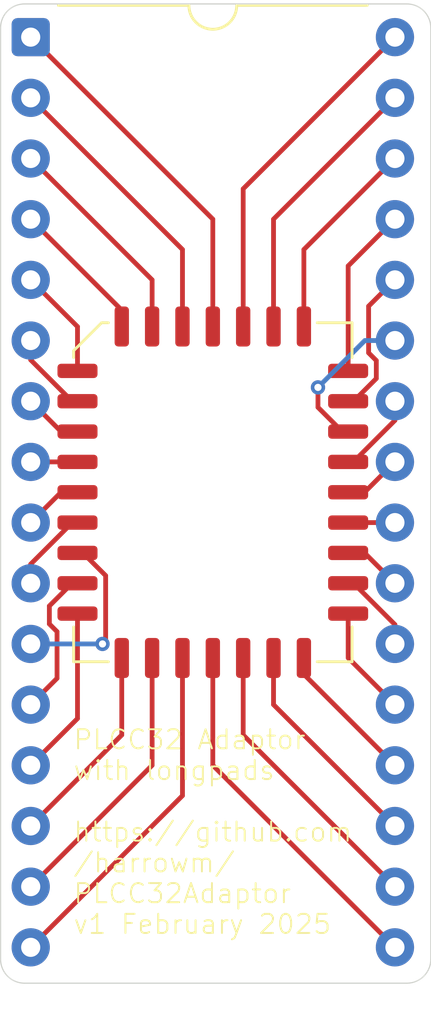
<source format=kicad_pcb>
(kicad_pcb (version 20241229) (generator "pcbnew") (generator_version "9.0")
  (layers (0 "F.Cu" signal) (2 "B.Cu" signal) (13 "F.Paste" user) (15 "B.Paste" user) (5 "F.SilkS" user "F.Silkscreen") (7 "B.SilkS" user "B.Silkscreen") (1 "F.Mask" user) (3 "B.Mask" user) (25 "Edge.Cuts" user))
  (net 0 "")
  (net 1 "A3")
  (net 2 "A13")
  (net 3 "A0")
  (net 4 "CE")
  (net 5 "D1")
  (net 6 "A9")
  (net 7 "A15")
  (net 8 "A16")
  (net 9 "D0")
  (net 10 "A12")
  (net 11 "A4")
  (net 12 "D6")
  (net 13 "A18")
  (net 14 "D2")
  (net 15 "D5")
  (net 16 "A14")
  (net 17 "D3")
  (net 18 "A6")
  (net 19 "A11")
  (net 20 "PGM")
  (net 21 "A2")
  (net 22 "A10")
  (net 23 "D4")
  (net 24 "A5")
  (net 25 "OE")
  (net 26 "A7")
  (net 27 "GND")
  (net 28 "VCC")
  (net 29 "D7")
  (net 30 "A17")
  (net 31 "A1")
  (net 32 "A8")
  (footprint "PLCC32_longpads:PLCC-32_11.4x14.0mm_P1.27mm" (layer "F.Cu") (at 54.38 77.45)
    (property "Reference" "U2" (hide yes))
    (property "Value" "SST39SF040")
    (fp_line (start -5.825 -5.922782) (end -5.825 -5.64) (stroke (width 0.12)) (layer "F.SilkS"))
    (fp_line (start -5.825 7.095) (end -5.825 5.64) (stroke (width 0.12)) (layer "F.SilkS"))
    (fp_line (start -4.652782 -7.095) (end -5.825 -5.922782) (stroke (width 0.12)) (layer "F.SilkS"))
    (fp_line (start -4.37 -7.095) (end -4.652782 -7.095) (stroke (width 0.12)) (layer "F.SilkS"))
    (fp_line (start -4.37 7.095) (end -5.825 7.095) (stroke (width 0.12)) (layer "F.SilkS"))
    (fp_line (start 4.37 -7.095) (end 5.825 -7.095) (stroke (width 0.12)) (layer "F.SilkS"))
    (fp_line (start 4.37 7.095) (end 5.825 7.095) (stroke (width 0.12)) (layer "F.SilkS"))
    (fp_line (start 5.825 -7.095) (end 5.825 -5.64) (stroke (width 0.12)) (layer "F.SilkS"))
    (fp_line (start 5.825 7.095) (end 5.825 5.64) (stroke (width 0.12)) (layer "F.SilkS"))
    (pad "1" smd roundrect (at 0 -6.9375) (size 0.6 1.675) (layers "F.Cu" "F.Mask" "F.Paste") (net 13 "A18"))
    (pad "2" smd roundrect (at -1.27 -6.9375) (size 0.6 1.675) (layers "F.Cu" "F.Mask" "F.Paste") (net 8 "A16"))
    (pad "3" smd roundrect (at -2.54 -6.9375) (size 0.6 1.675) (layers "F.Cu" "F.Mask" "F.Paste") (net 7 "A15"))
    (pad "4" smd roundrect (at -3.81 -6.9375) (size 0.6 1.675) (layers "F.Cu" "F.Mask" "F.Paste") (net 10 "A12"))
    (pad "5" smd roundrect (at -5.6625 -5.08) (size 1.675 0.6) (layers "F.Cu" "F.Mask" "F.Paste") (net 26 "A7"))
    (pad "6" smd roundrect (at -5.6625 -3.81) (size 1.675 0.6) (layers "F.Cu" "F.Mask" "F.Paste") (net 18 "A6"))
    (pad "7" smd roundrect (at -5.6625 -2.54) (size 1.675 0.6) (layers "F.Cu" "F.Mask" "F.Paste") (net 24 "A5"))
    (pad "8" smd roundrect (at -5.6625 -1.27) (size 1.675 0.6) (layers "F.Cu" "F.Mask" "F.Paste") (net 11 "A4"))
    (pad "9" smd roundrect (at -5.6625 0) (size 1.675 0.6) (layers "F.Cu" "F.Mask" "F.Paste") (net 1 "A3"))
    (pad "10" smd roundrect (at -5.6625 1.27) (size 1.675 0.6) (layers "F.Cu" "F.Mask" "F.Paste") (net 21 "A2"))
    (pad "11" smd roundrect (at -5.6625 2.54) (size 1.675 0.6) (layers "F.Cu" "F.Mask" "F.Paste") (net 31 "A1"))
    (pad "12" smd roundrect (at -5.6625 3.81) (size 1.675 0.6) (layers "F.Cu" "F.Mask" "F.Paste") (net 3 "A0"))
    (pad "13" smd roundrect (at -5.6625 5.08) (size 1.675 0.6) (layers "F.Cu" "F.Mask" "F.Paste") (net 9 "D0"))
    (pad "14" smd roundrect (at -3.81 6.9375) (size 0.6 1.675) (layers "F.Cu" "F.Mask" "F.Paste") (net 5 "D1"))
    (pad "15" smd roundrect (at -2.54 6.9375) (size 0.6 1.675) (layers "F.Cu" "F.Mask" "F.Paste") (net 14 "D2"))
    (pad "16" smd roundrect (at -1.27 6.9375) (size 0.6 1.675) (layers "F.Cu" "F.Mask" "F.Paste") (net 27 "GND"))
    (pad "17" smd roundrect (at 0 6.9375) (size 0.6 1.675) (layers "F.Cu" "F.Mask" "F.Paste") (net 17 "D3"))
    (pad "18" smd roundrect (at 1.27 6.9375) (size 0.6 1.675) (layers "F.Cu" "F.Mask" "F.Paste") (net 23 "D4"))
    (pad "19" smd roundrect (at 2.54 6.9375) (size 0.6 1.675) (layers "F.Cu" "F.Mask" "F.Paste") (net 15 "D5"))
    (pad "20" smd roundrect (at 3.81 6.9375) (size 0.6 1.675) (layers "F.Cu" "F.Mask" "F.Paste") (net 12 "D6"))
    (pad "21" smd roundrect (at 5.6625 5.08) (size 1.675 0.6) (layers "F.Cu" "F.Mask" "F.Paste") (net 29 "D7"))
    (pad "22" smd roundrect (at 5.6625 3.81) (size 1.675 0.6) (layers "F.Cu" "F.Mask" "F.Paste") (net 4 "CE"))
    (pad "23" smd roundrect (at 5.6625 2.54) (size 1.675 0.6) (layers "F.Cu" "F.Mask" "F.Paste") (net 22 "A10"))
    (pad "24" smd roundrect (at 5.6625 1.27) (size 1.675 0.6) (layers "F.Cu" "F.Mask" "F.Paste") (net 25 "OE"))
    (pad "25" smd roundrect (at 5.6625 0) (size 1.675 0.6) (layers "F.Cu" "F.Mask" "F.Paste") (net 19 "A11"))
    (pad "26" smd roundrect (at 5.6625 -1.27) (size 1.675 0.6) (layers "F.Cu" "F.Mask" "F.Paste") (net 6 "A9"))
    (pad "27" smd roundrect (at 5.6625 -2.54) (size 1.675 0.6) (layers "F.Cu" "F.Mask" "F.Paste") (net 32 "A8"))
    (pad "28" smd roundrect (at 5.6625 -3.81) (size 1.675 0.6) (layers "F.Cu" "F.Mask" "F.Paste") (net 2 "A13"))
    (pad "29" smd roundrect (at 5.6625 -5.08) (size 1.675 0.6) (layers "F.Cu" "F.Mask" "F.Paste") (net 16 "A14"))
    (pad "30" smd roundrect (at 3.81 -6.9375) (size 0.6 1.675) (layers "F.Cu" "F.Mask" "F.Paste") (net 30 "A17"))
    (pad "31" smd roundrect (at 2.54 -6.9375) (size 0.6 1.675) (layers "F.Cu" "F.Mask" "F.Paste") (net 20 "PGM"))
    (pad "32" smd roundrect (at 1.27 -6.9375) (size 0.6 1.675) (layers "F.Cu" "F.Mask" "F.Paste") (net 28 "VCC"))
  )
  (footprint "PLCC32_longpads:DIP-32_W15.24mm_no_Silkscreen" (layer "F.Cu") (at 46.76 58.4)
    (property "Reference" "U1" (hide yes))
    (property "Value" "SST39SF040")
    (fp_line (start 6.62 -1.33) (end 1.16 -1.33) (stroke (width 0.12)) (layer "F.SilkS"))
    (fp_line (start 14.08 -1.33) (end 8.62 -1.33) (stroke (width 0.12)) (layer "F.SilkS"))
    (fp_arc (start 8.62 -1.33) (mid 7.62 -0.33) (end 6.62 -1.33) (stroke (width 0.12)) (layer "F.SilkS"))
    (pad "1" thru_hole roundrect (at 0 0) (size 1.6 1.6) (drill 0.8) (layers "*.Cu" "*.Mask") (roundrect_rratio 0.15625) (net 13 "A18"))
    (pad "2" thru_hole circle (at 0 2.54) (size 1.6 1.6) (drill 0.8) (layers "*.Cu" "*.Mask") (net 8 "A16"))
    (pad "3" thru_hole circle (at 0 5.08) (size 1.6 1.6) (drill 0.8) (layers "*.Cu" "*.Mask") (net 7 "A15"))
    (pad "4" thru_hole circle (at 0 7.62) (size 1.6 1.6) (drill 0.8) (layers "*.Cu" "*.Mask") (net 10 "A12"))
    (pad "5" thru_hole circle (at 0 10.16) (size 1.6 1.6) (drill 0.8) (layers "*.Cu" "*.Mask") (net 26 "A7"))
    (pad "6" thru_hole circle (at 0 12.7) (size 1.6 1.6) (drill 0.8) (layers "*.Cu" "*.Mask") (net 18 "A6"))
    (pad "7" thru_hole circle (at 0 15.24) (size 1.6 1.6) (drill 0.8) (layers "*.Cu" "*.Mask") (net 24 "A5"))
    (pad "8" thru_hole circle (at 0 17.78) (size 1.6 1.6) (drill 0.8) (layers "*.Cu" "*.Mask") (net 11 "A4"))
    (pad "9" thru_hole circle (at 0 20.32) (size 1.6 1.6) (drill 0.8) (layers "*.Cu" "*.Mask") (net 1 "A3"))
    (pad "10" thru_hole circle (at 0 22.86) (size 1.6 1.6) (drill 0.8) (layers "*.Cu" "*.Mask") (net 21 "A2"))
    (pad "11" thru_hole circle (at 0 25.4) (size 1.6 1.6) (drill 0.8) (layers "*.Cu" "*.Mask") (net 31 "A1"))
    (pad "12" thru_hole circle (at 0 27.94) (size 1.6 1.6) (drill 0.8) (layers "*.Cu" "*.Mask") (net 3 "A0"))
    (pad "13" thru_hole circle (at 0 30.48) (size 1.6 1.6) (drill 0.8) (layers "*.Cu" "*.Mask") (net 9 "D0"))
    (pad "14" thru_hole circle (at 0 33.02) (size 1.6 1.6) (drill 0.8) (layers "*.Cu" "*.Mask") (net 5 "D1"))
    (pad "15" thru_hole circle (at 0 35.56) (size 1.6 1.6) (drill 0.8) (layers "*.Cu" "*.Mask") (net 14 "D2"))
    (pad "16" thru_hole circle (at 0 38.1) (size 1.6 1.6) (drill 0.8) (layers "*.Cu" "*.Mask") (net 27 "GND"))
    (pad "17" thru_hole circle (at 15.24 38.1) (size 1.6 1.6) (drill 0.8) (layers "*.Cu" "*.Mask") (net 17 "D3"))
    (pad "18" thru_hole circle (at 15.24 35.56) (size 1.6 1.6) (drill 0.8) (layers "*.Cu" "*.Mask") (net 23 "D4"))
    (pad "19" thru_hole circle (at 15.24 33.02) (size 1.6 1.6) (drill 0.8) (layers "*.Cu" "*.Mask") (net 15 "D5"))
    (pad "20" thru_hole circle (at 15.24 30.48) (size 1.6 1.6) (drill 0.8) (layers "*.Cu" "*.Mask") (net 12 "D6"))
    (pad "21" thru_hole circle (at 15.24 27.94) (size 1.6 1.6) (drill 0.8) (layers "*.Cu" "*.Mask") (net 29 "D7"))
    (pad "22" thru_hole circle (at 15.24 25.4) (size 1.6 1.6) (drill 0.8) (layers "*.Cu" "*.Mask") (net 4 "CE"))
    (pad "23" thru_hole circle (at 15.24 22.86) (size 1.6 1.6) (drill 0.8) (layers "*.Cu" "*.Mask") (net 22 "A10"))
    (pad "24" thru_hole circle (at 15.24 20.32) (size 1.6 1.6) (drill 0.8) (layers "*.Cu" "*.Mask") (net 25 "OE"))
    (pad "25" thru_hole circle (at 15.24 17.78) (size 1.6 1.6) (drill 0.8) (layers "*.Cu" "*.Mask") (net 19 "A11"))
    (pad "26" thru_hole circle (at 15.24 15.24) (size 1.6 1.6) (drill 0.8) (layers "*.Cu" "*.Mask") (net 6 "A9"))
    (pad "27" thru_hole circle (at 15.24 12.7) (size 1.6 1.6) (drill 0.8) (layers "*.Cu" "*.Mask") (net 32 "A8"))
    (pad "28" thru_hole circle (at 15.24 10.16) (size 1.6 1.6) (drill 0.8) (layers "*.Cu" "*.Mask") (net 2 "A13"))
    (pad "29" thru_hole circle (at 15.24 7.62) (size 1.6 1.6) (drill 0.8) (layers "*.Cu" "*.Mask") (net 16 "A14"))
    (pad "30" thru_hole circle (at 15.24 5.08) (size 1.6 1.6) (drill 0.8) (layers "*.Cu" "*.Mask") (net 30 "A17"))
    (pad "31" thru_hole circle (at 15.24 2.54) (size 1.6 1.6) (drill 0.8) (layers "*.Cu" "*.Mask") (net 20 "PGM"))
    (pad "32" thru_hole circle (at 15.24 0) (size 1.6 1.6) (drill 0.8) (layers "*.Cu" "*.Mask") (net 28 "VCC"))
  )
  (gr_arc (start 46.5 98) (mid 45.792893 97.707107) (end 45.5 97) (stroke (width 0.05)) (layer "Edge.Cuts"))
  (gr_arc (start 62.5 57.01) (mid 63.207107 57.302893) (end 63.5 58.01) (stroke (width 0.05)) (layer "Edge.Cuts"))
  (gr_line (start 45.5 97) (end 45.5 58.01) (stroke (width 0.05)) (layer "Edge.Cuts"))
  (gr_line (start 46.5 57.01) (end 62.5 57.01) (stroke (width 0.05)) (layer "Edge.Cuts"))
  (gr_arc (start 45.5 58.01) (mid 45.792893 57.302893) (end 46.5 57.01) (stroke (width 0.05)) (layer "Edge.Cuts"))
  (gr_arc (start 63.5 97) (mid 63.207107 97.707107) (end 62.5 98) (stroke (width 0.05)) (layer "Edge.Cuts"))
  (gr_line (start 62.5 98) (end 46.5 98) (stroke (width 0.05)) (layer "Edge.Cuts"))
  (gr_line (start 63.5 58.01) (end 63.5 97) (stroke (width 0.05)) (layer "Edge.Cuts"))
  (gr_text "PLCC32 Adaptor\nwith longpads\n\nhttps://github.com\n/harrowm/\nPLCC32Adaptor\nv1 February 2025\n" (at 48.5 96 0) (layer "F.SilkS") (effects (font (size 0.8 0.8) (thickness 0.08)) (justify left bottom)))
  (segment (start 48.03 77.45) (end 48.7175 77.45) (width 0.2) (layer "F.Cu") (net 1))
  (segment (start 46.76 78.72) (end 48.03 77.45) (width 0.2) (layer "F.Cu") (net 1))
  (segment (start 60.27 73.64) (end 60.0425 73.64) (width 0.2) (layer "F.Cu") (net 2))
  (segment (start 60.8983 71.6147) (end 61.2199 71.9363) (width 0.2) (layer "F.Cu") (net 2))
  (segment (start 61.2199 72.6901) (end 60.27 73.64) (width 0.2) (layer "F.Cu") (net 2))
  (segment (start 60.8983 69.6617) (end 60.8983 71.6147) (width 0.2) (layer "F.Cu") (net 2))
  (segment (start 62 68.56) (end 60.8983 69.6617) (width 0.2) (layer "F.Cu") (net 2))
  (segment (start 61.2199 71.9363) (end 61.2199 72.6901) (width 0.2) (layer "F.Cu") (net 2))
  (segment (start 47.8617 83.2852) (end 47.54 82.9635) (width 0.2) (layer "F.Cu") (net 3))
  (segment (start 46.76 86.34) (end 47.8617 85.2383) (width 0.2) (layer "F.Cu") (net 3))
  (segment (start 47.54 82.21) (end 48.49 81.26) (width 0.2) (layer "F.Cu") (net 3))
  (segment (start 47.8617 85.2383) (end 47.8617 83.2852) (width 0.2) (layer "F.Cu") (net 3))
  (segment (start 48.49 81.26) (end 48.7175 81.26) (width 0.2) (layer "F.Cu") (net 3))
  (segment (start 47.54 82.9635) (end 47.54 82.21) (width 0.2) (layer "F.Cu") (net 3))
  (segment (start 62 82.99) (end 60.27 81.26) (width 0.2) (layer "F.Cu") (net 4))
  (segment (start 62 83.8) (end 62 82.99) (width 0.2) (layer "F.Cu") (net 4))
  (segment (start 60.27 81.26) (end 60.0425 81.26) (width 0.2) (layer "F.Cu") (net 4))
  (segment (start 46.76 91.42) (end 50.57 87.61) (width 0.2) (layer "F.Cu") (net 5))
  (segment (start 50.57 87.61) (end 50.57 84.3875) (width 0.2) (layer "F.Cu") (net 5))
  (segment (start 62 74.4409) (end 62 73.64) (width 0.2) (layer "F.Cu") (net 6))
  (segment (start 60.2609 76.18) (end 62 74.4409) (width 0.2) (layer "F.Cu") (net 6))
  (segment (start 60.0425 76.18) (end 60.2609 76.18) (width 0.2) (layer "F.Cu") (net 6))
  (segment (start 51.84 68.56) (end 51.84 70.5125) (width 0.2) (layer "F.Cu") (net 7))
  (segment (start 46.76 63.48) (end 51.84 68.56) (width 0.2) (layer "F.Cu") (net 7))
  (segment (start 53.11 67.29) (end 53.11 70.5125) (width 0.2) (layer "F.Cu") (net 8))
  (segment (start 46.76 60.94) (end 53.11 67.29) (width 0.2) (layer "F.Cu") (net 8))
  (segment (start 48.7175 86.9225) (end 48.7175 82.53) (width 0.2) (layer "F.Cu") (net 9))
  (segment (start 46.76 88.88) (end 48.7175 86.9225) (width 0.2) (layer "F.Cu") (net 9))
  (segment (start 50.57 69.83) (end 50.57 70.5125) (width 0.2) (layer "F.Cu") (net 10))
  (segment (start 46.76 66.02) (end 50.57 69.83) (width 0.2) (layer "F.Cu") (net 10))
  (segment (start 46.76 76.18) (end 48.7175 76.18) (width 0.2) (layer "F.Cu") (net 11))
  (segment (start 62 88.88) (end 58.19 85.07) (width 0.2) (layer "F.Cu") (net 12))
  (segment (start 58.19 85.07) (end 58.19 84.3875) (width 0.2) (layer "F.Cu") (net 12))
  (segment (start 46.76 58.4) (end 54.38 66.02) (width 0.2) (layer "F.Cu") (net 13))
  (segment (start 54.38 66.02) (end 54.38 70.5125) (width 0.2) (layer "F.Cu") (net 13))
  (segment (start 46.76 93.96) (end 51.84 88.88) (width 0.2) (layer "F.Cu") (net 14))
  (segment (start 51.84 88.88) (end 51.84 84.3875) (width 0.2) (layer "F.Cu") (net 14))
  (segment (start 62 91.42) (end 56.92 86.34) (width 0.2) (layer "F.Cu") (net 15))
  (segment (start 56.92 86.34) (end 56.92 84.3875) (width 0.2) (layer "F.Cu") (net 15))
  (segment (start 60.0425 67.9775) (end 60.0425 72.37) (width 0.2) (layer "F.Cu") (net 16))
  (segment (start 62 66.02) (end 60.0425 67.9775) (width 0.2) (layer "F.Cu") (net 16))
  (segment (start 62 96.5) (end 54.38 88.88) (width 0.2) (layer "F.Cu") (net 17))
  (segment (start 54.38 88.88) (end 54.38 84.3875) (width 0.2) (layer "F.Cu") (net 17))
  (segment (start 48.49 73.64) (end 48.7175 73.64) (width 0.2) (layer "F.Cu") (net 18))
  (segment (start 46.76 71.1) (end 46.76 71.91) (width 0.2) (layer "F.Cu") (net 18))
  (segment (start 46.76 71.91) (end 48.49 73.64) (width 0.2) (layer "F.Cu") (net 18))
  (segment (start 60.73 77.45) (end 60.0425 77.45) (width 0.2) (layer "F.Cu") (net 19))
  (segment (start 62 76.18) (end 60.73 77.45) (width 0.2) (layer "F.Cu") (net 19))
  (segment (start 56.92 66.02) (end 56.92 70.5125) (width 0.2) (layer "F.Cu") (net 20))
  (segment (start 62 60.94) (end 56.92 66.02) (width 0.2) (layer "F.Cu") (net 20))
  (segment (start 48.4992 78.72) (end 46.76 80.4592) (width 0.2) (layer "F.Cu") (net 21))
  (segment (start 48.7175 78.72) (end 48.4992 78.72) (width 0.2) (layer "F.Cu") (net 21))
  (segment (start 46.76 80.4592) (end 46.76 81.26) (width 0.2) (layer "F.Cu") (net 21))
  (segment (start 60.73 79.99) (end 60.0425 79.99) (width 0.2) (layer "F.Cu") (net 22))
  (segment (start 62 81.26) (end 60.73 79.99) (width 0.2) (layer "F.Cu") (net 22))
  (segment (start 62 93.96) (end 55.65 87.61) (width 0.2) (layer "F.Cu") (net 23))
  (segment (start 55.65 87.61) (end 55.65 84.3875) (width 0.2) (layer "F.Cu") (net 23))
  (segment (start 48.03 74.91) (end 48.7175 74.91) (width 0.2) (layer "F.Cu") (net 24))
  (segment (start 46.76 73.64) (end 48.03 74.91) (width 0.2) (layer "F.Cu") (net 24))
  (segment (start 62 78.72) (end 60.0425 78.72) (width 0.2) (layer "F.Cu") (net 25))
  (segment (start 46.76 68.56) (end 48.7175 70.5175) (width 0.2) (layer "F.Cu") (net 26))
  (segment (start 48.7175 70.5175) (end 48.7175 72.37) (width 0.2) (layer "F.Cu") (net 26))
  (segment (start 53.11 90.15) (end 53.11 84.3875) (width 0.2) (layer "F.Cu") (net 27))
  (segment (start 46.76 96.5) (end 53.11 90.15) (width 0.2) (layer "F.Cu") (net 27))
  (segment (start 62 58.4) (end 55.65 64.75) (width 0.2) (layer "F.Cu") (net 28))
  (segment (start 55.65 64.75) (end 55.65 70.5125) (width 0.2) (layer "F.Cu") (net 28))
  (segment (start 60.0425 84.3825) (end 60.0425 82.53) (width 0.2) (layer "F.Cu") (net 29))
  (segment (start 62 86.34) (end 60.0425 84.3825) (width 0.2) (layer "F.Cu") (net 29))
  (segment (start 58.19 67.29) (end 58.19 70.5125) (width 0.2) (layer "F.Cu") (net 30))
  (segment (start 62 63.48) (end 58.19 67.29) (width 0.2) (layer "F.Cu") (net 30))
  (segment (start 49.8956 80.9387) (end 49.8956 83.668) (width 0.2) (layer "F.Cu") (net 31))
  (segment (start 48.7175 79.99) (end 48.9469 79.99) (width 0.2) (layer "F.Cu") (net 31))
  (segment (start 48.9469 79.99) (end 49.8956 80.9387) (width 0.2) (layer "F.Cu") (net 31))
  (segment (start 49.8956 83.668) (end 49.7636 83.8) (width 0.2) (layer "F.Cu") (net 31))
  (via (at 49.7636 83.8) (size 0.6) (drill 0.3) (layers "F.Cu" "B.Cu") (net 31))
  (segment (start 46.76 83.8) (end 49.7636 83.8) (width 0.2) (layer "B.Cu") (net 31))
  (segment (start 58.7797 73.0612) (end 58.7797 73.8945) (width 0.2) (layer "F.Cu") (net 32))
  (segment (start 58.7797 73.8945) (end 59.7952 74.91) (width 0.2) (layer "F.Cu") (net 32))
  (segment (start 59.7952 74.91) (end 60.0425 74.91) (width 0.2) (layer "F.Cu") (net 32))
  (via (at 58.7797 73.0612) (size 0.6) (drill 0.3) (layers "F.Cu" "B.Cu") (net 32))
  (segment (start 60.7409 71.1) (end 58.7797 73.0612) (width 0.2) (layer "B.Cu") (net 32))
  (segment (start 62 71.1) (end 60.7409 71.1) (width 0.2) (layer "B.Cu") (net 32))
)
</source>
